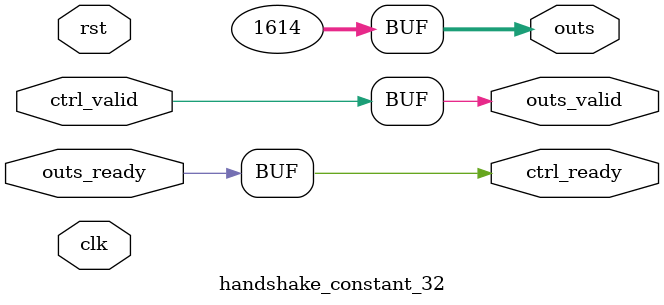
<source format=v>
`timescale 1ns / 1ps
module handshake_constant_32 #(
  parameter DATA_WIDTH = 32  // Default set to 32 bits
) (
  input                       clk,
  input                       rst,
  // Input Channel
  input                       ctrl_valid,
  output                      ctrl_ready,
  // Output Channel
  output [DATA_WIDTH - 1 : 0] outs,
  output                      outs_valid,
  input                       outs_ready
);
  assign outs       = 12'b011001001110;
  assign outs_valid = ctrl_valid;
  assign ctrl_ready = outs_ready;

endmodule

</source>
